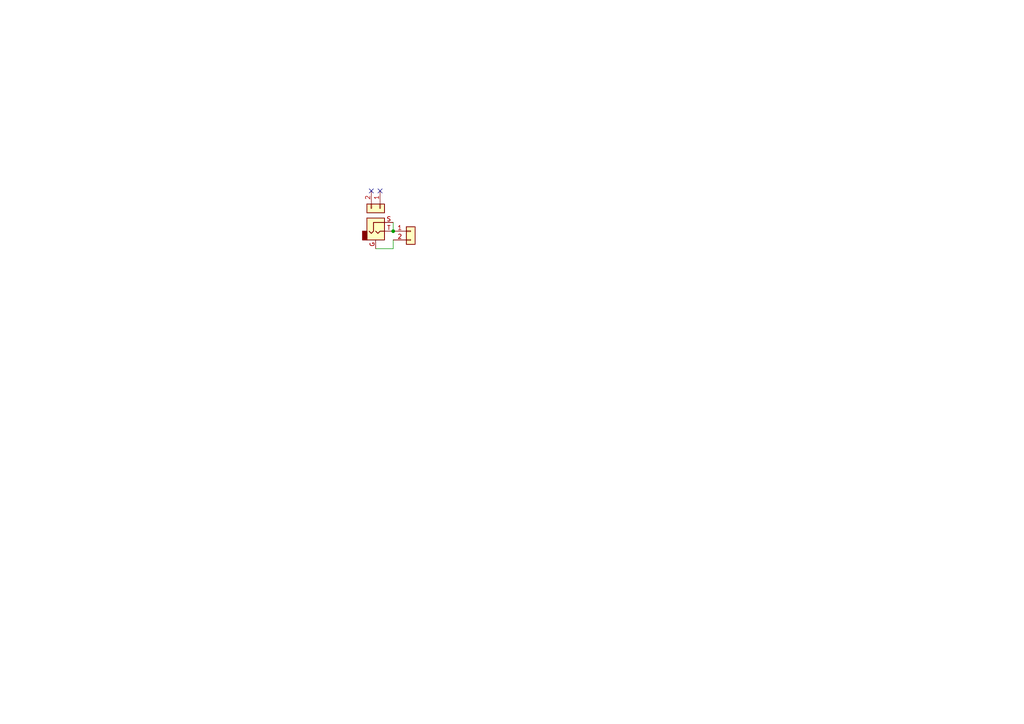
<source format=kicad_sch>
(kicad_sch (version 20211123) (generator eeschema)
  (paper "A4")
  (lib_symbols
    (symbol "Connector:AudioJack2_Ground"
      (property "Reference" "J" (at 0 8.89 0))
      (property "Value" "AudioJack2_Ground" (at 0 6.35 0))
      (symbol "AudioJack2_Ground_0_1"
        (rectangle (start -2.54 -2.54) (end -3.81 0) (stroke (width 0.254)) (fill (type outline)))
        (polyline (pts (xy 0 0) (xy 0.635 -0.635) (xy 1.27 0) (xy 2.54 0)) (stroke (width 0.254)))
        (polyline (pts (xy 2.54 2.54) (xy -0.635 2.54) (xy -0.635 0) (xy -1.27 -0.635) (xy -1.905 0)) (stroke (width 0.254)))
        (rectangle (start 2.54 3.81) (end -2.54 -2.54) (stroke (width 0.254)) (fill (type background)))
      )
      (symbol "AudioJack2_Ground_1_1"
        (pin passive line (at 0 -5.08 90) (length 2.54) (name "~") (number "G"))
        (pin passive line (at 5.08 2.54 180) (length 2.54) (name "~") (number "S"))
        (pin passive line (at 5.08 0 180) (length 2.54) (name "~") (number "T"))
      )
    )
    (symbol "Connector_Generic:Conn_01x02" (pin_names (offset 1.016) hide)
      (property "Reference" "J" (at 0 2.54 0))
      (property "Value" "Conn_01x02" (at 0 -5.08 0))
      (symbol "Conn_01x02_1_1"
        (rectangle (start -1.27 -2.413) (end 0 -2.667) (stroke (width 0.1524)))
        (rectangle (start -1.27 0.127) (end 0 -0.127) (stroke (width 0.1524)))
        (rectangle (start -1.27 1.27) (end 1.27 -3.81) (stroke (width 0.254)) (fill (type background)))
        (pin passive line (at -5.08 0 0) (length 3.81) (name "Pin_1") (number "1"))
        (pin passive line (at -5.08 -2.54 0) (length 3.81) (name "Pin_2") (number "2"))
      )
    )
  )
  (junction (at 114.046 67.056))
  (no_connect (at 110.236 55.372))
  (no_connect (at 107.696 55.372))
  (wire (pts (xy 114.046 69.596) (xy 114.046 72.136)))
  (wire (pts (xy 114.046 64.516) (xy 114.046 67.056)))
  (wire (pts (xy 114.046 72.136) (xy 108.966 72.136)))
  (symbol (lib_id "Connector_Generic:Conn_01x02") (at 119.126 67.056 0) (unit 1)
    (property "Reference" "J4" (effects hide))
    (property "Value" "Conn_01x02" (effects hide))
    (property "Footprint" "Connector_PinHeader_2.54mm:PinHeader_1x02_P2.54mm_Vertical" (effects hide))
  )
  (symbol (lib_id "Connector_Generic:Conn_01x02") (at 110.236 60.452 270) (unit 1)
    (property "Reference" "J8" (effects hide))
    (property "Value" "Conn_01x02" (effects hide))
    (property "Footprint" "Connector_PinHeader_2.54mm:PinHeader_1x02_P2.54mm_Vertical" (effects hide))
  )
  (symbol (lib_id "Connector:AudioJack2_Ground") (at 108.966 67.056 0) (unit 1)
    (property "Reference" "J3" (effects hide))
    (property "Value" "AudioJack2_Ground" (effects hide))
    (property "Footprint" "LIBRARY-8-bit-computer:3.5mm-mono-jack-eurorack-2" (effects hide))
    (property "Field4" "3.5mm Audio Jacks" (effects hide))
  )
)
</source>
